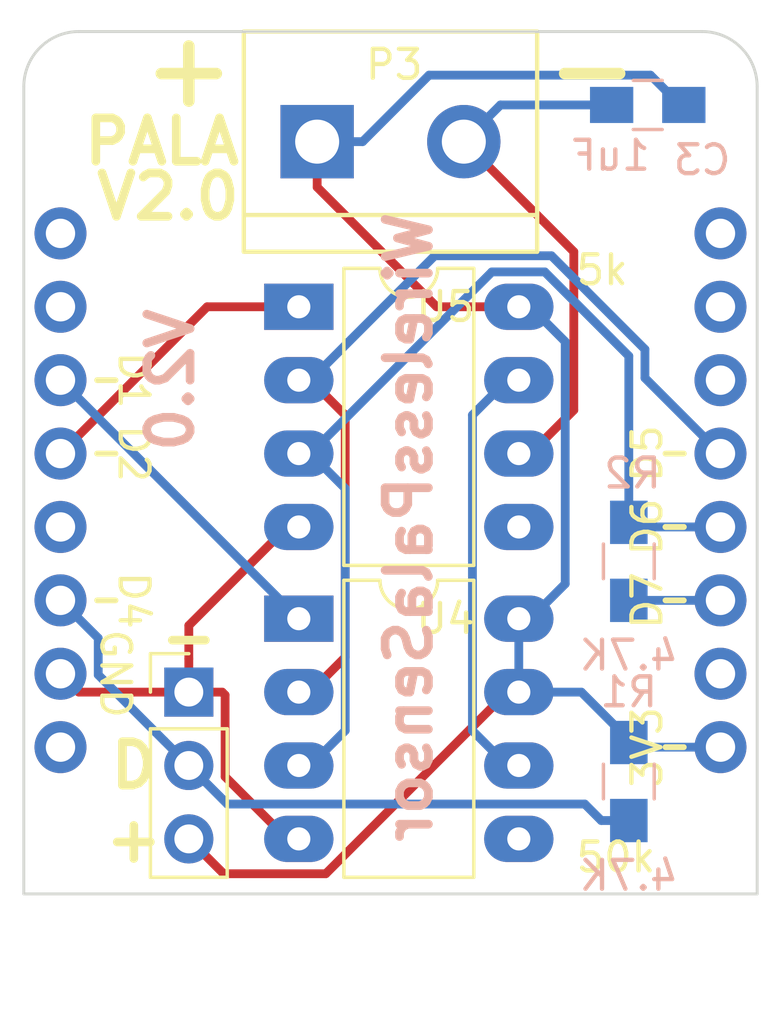
<source format=kicad_pcb>
(kicad_pcb (version 20240108) (generator "pcbnew") (generator_version "8.0")
  (layers (0 "F.Cu" signal) (31 "B.Cu" signal) (34 "B.Paste" user) (35 "F.Paste" user) (36 "B.SilkS" user "B.Silkscreen") (37 "F.SilkS" user "F.Silkscreen") (38 "B.Mask" user) (39 "F.Mask" user) (44 "Edge.Cuts" user))
  (net 0 "")
  (net 1 "Net-(C3-Pad2)")
  (net 2 "GND")
  (net 3 "VCC")
  (net 4 "Net-(R1-Pad2)")
  (net 5 "Net-(R2-Pad1)")
  (net 6 "Net-(U4-Pad6)")
  (net 7 "Net-(U1-Pad12)")
  (net 8 "Net-(R2-Pad2)")
  (net 9 "Net-(U1-Pad5)")
  (net 10 "Net-(U1-Pad6)")
  (footprint "Connect:bornier2" (layer "F.Cu") (at 32.385 26.035)
    (property "Reference" "P3" (at 0.127 -2.667 0) (layer "F.SilkS"))
    (property "Value" "Palazzetti Connector")
    (fp_line (start -5.08 -3.81) (end -5.08 3.81) (stroke (width 0.15)) (layer "F.SilkS"))
    (fp_line (start -5.08 3.81) (end 5.08 3.81) (stroke (width 0.15)) (layer "F.SilkS"))
    (fp_line (start 5.08 -3.81) (end -5.08 -3.81) (stroke (width 0.15)) (layer "F.SilkS"))
    (fp_line (start 5.08 2.54) (end -5.08 2.54) (stroke (width 0.15)) (layer "F.SilkS"))
    (fp_line (start 5.08 3.81) (end 5.08 -3.81) (stroke (width 0.15)) (layer "F.SilkS"))
    (pad "1" thru_hole rect (at -2.54 0) (size 2.54 2.54) (drill 1.524) (layers "*.Cu" "*.Mask") (net 3 "VCC"))
    (pad "2" thru_hole circle (at 2.54 0) (size 2.54 2.54) (drill 1.524) (layers "*.Cu" "*.Mask") (net 1 "Net-(C3-Pad2)"))
  )
  (footprint "Housings_DIP:DIP-8_W7.62mm_LongPads" (layer "F.Cu") (at 29.21 31.75)
    (property "Reference" "U5" (at 5.08 0 0) (layer "F.SilkS"))
    (property "Value" "MCP4151-5k")
    (fp_line (start 1.56 -1.33) (end 1.56 8.95) (stroke (width 0.12)) (layer "F.SilkS"))
    (fp_line (start 1.56 8.95) (end 6.06 8.95) (stroke (width 0.12)) (layer "F.SilkS"))
    (fp_line (start 2.81 -1.33) (end 1.56 -1.33) (stroke (width 0.12)) (layer "F.SilkS"))
    (fp_line (start 6.06 -1.33) (end 4.81 -1.33) (stroke (width 0.12)) (layer "F.SilkS"))
    (fp_line (start 6.06 8.95) (end 6.06 -1.33) (stroke (width 0.12)) (layer "F.SilkS"))
    (fp_arc (start 4.81 -1.33) (mid 3.81 -0.33) (end 2.81 -1.33) (stroke (width 0.12)) (layer "F.SilkS"))
    (pad "1" thru_hole rect (at 0 0) (size 2.4 1.6) (drill 0.8) (layers "*.Cu" "*.Mask") (net 9 "Net-(U1-Pad5)"))
    (pad "2" thru_hole oval (at 0 2.54) (size 2.4 1.6) (drill 0.8) (layers "*.Cu" "*.Mask") (net 7 "Net-(U1-Pad12)"))
    (pad "3" thru_hole oval (at 0 5.08) (size 2.4 1.6) (drill 0.8) (layers "*.Cu" "*.Mask") (net 5 "Net-(R2-Pad1)"))
    (pad "4" thru_hole oval (at 0 7.62) (size 2.4 1.6) (drill 0.8) (layers "*.Cu" "*.Mask") (net 2 "GND"))
    (pad "5" thru_hole oval (at 7.62 7.62) (size 2.4 1.6) (drill 0.8) (layers "*.Cu" "*.Mask"))
    (pad "6" thru_hole oval (at 7.62 5.08) (size 2.4 1.6) (drill 0.8) (layers "*.Cu" "*.Mask") (net 1 "Net-(C3-Pad2)"))
    (pad "7" thru_hole oval (at 7.62 2.54) (size 2.4 1.6) (drill 0.8) (layers "*.Cu" "*.Mask") (net 6 "Net-(U4-Pad6)"))
    (pad "8" thru_hole oval (at 7.62 0) (size 2.4 1.6) (drill 0.8) (layers "*.Cu" "*.Mask") (net 3 "VCC"))
  )
  (footprint "Pin_Headers:Pin_Header_Straight_1x03_Pitch2.54mm" (layer "F.Cu") (at 25.4 45.085)
    (property "Reference" "U3" (hide yes))
    (property "Value" "DS18B20")
    (fp_line (start -1.33 -1.33) (end 0 -1.33) (stroke (width 0.12)) (layer "F.SilkS"))
    (fp_line (start -1.33 0) (end -1.33 -1.33) (stroke (width 0.12)) (layer "F.SilkS"))
    (fp_line (start -1.33 1.27) (end -1.33 6.41) (stroke (width 0.12)) (layer "F.SilkS"))
    (fp_line (start -1.33 1.27) (end 1.33 1.27) (stroke (width 0.12)) (layer "F.SilkS"))
    (fp_line (start -1.33 6.41) (end 1.33 6.41) (stroke (width 0.12)) (layer "F.SilkS"))
    (fp_line (start 1.33 1.27) (end 1.33 6.41) (stroke (width 0.12)) (layer "F.SilkS"))
    (pad "1" thru_hole rect (at 0 0) (size 1.7 1.7) (drill 1) (layers "*.Cu" "*.Mask") (net 2 "GND"))
    (pad "2" thru_hole oval (at 0 2.54) (size 1.7 1.7) (drill 1) (layers "*.Cu" "*.Mask") (net 4 "Net-(R1-Pad2)"))
    (pad "3" thru_hole oval (at 0 5.08) (size 1.7 1.7) (drill 1) (layers "*.Cu" "*.Mask") (net 3 "VCC"))
  )
  (footprint "Housings_DIP:DIP-8_W7.62mm_LongPads" (layer "F.Cu") (at 29.21 42.545)
    (property "Reference" "U4" (at 5.08 0 180) (layer "F.SilkS"))
    (property "Value" "MCP4151-50k")
    (fp_line (start 1.56 -1.33) (end 1.56 8.95) (stroke (width 0.12)) (layer "F.SilkS"))
    (fp_line (start 1.56 8.95) (end 6.06 8.95) (stroke (width 0.12)) (layer "F.SilkS"))
    (fp_line (start 2.81 -1.33) (end 1.56 -1.33) (stroke (width 0.12)) (layer "F.SilkS"))
    (fp_line (start 6.06 -1.33) (end 4.81 -1.33) (stroke (width 0.12)) (layer "F.SilkS"))
    (fp_line (start 6.06 8.95) (end 6.06 -1.33) (stroke (width 0.12)) (layer "F.SilkS"))
    (fp_arc (start 4.81 -1.33) (mid 3.81 -0.33) (end 2.81 -1.33) (stroke (width 0.12)) (layer "F.SilkS"))
    (pad "1" thru_hole rect (at 0 0) (size 2.4 1.6) (drill 0.8) (layers "*.Cu" "*.Mask") (net 10 "Net-(U1-Pad6)"))
    (pad "2" thru_hole oval (at 0 2.54) (size 2.4 1.6) (drill 0.8) (layers "*.Cu" "*.Mask") (net 7 "Net-(U1-Pad12)"))
    (pad "3" thru_hole oval (at 0 5.08) (size 2.4 1.6) (drill 0.8) (layers "*.Cu" "*.Mask") (net 5 "Net-(R2-Pad1)"))
    (pad "4" thru_hole oval (at 0 7.62) (size 2.4 1.6) (drill 0.8) (layers "*.Cu" "*.Mask") (net 2 "GND"))
    (pad "5" thru_hole oval (at 7.62 7.62) (size 2.4 1.6) (drill 0.8) (layers "*.Cu" "*.Mask"))
    (pad "6" thru_hole oval (at 7.62 5.08) (size 2.4 1.6) (drill 0.8) (layers "*.Cu" "*.Mask") (net 6 "Net-(U4-Pad6)"))
    (pad "7" thru_hole oval (at 7.62 2.54) (size 2.4 1.6) (drill 0.8) (layers "*.Cu" "*.Mask") (net 3 "VCC"))
    (pad "8" thru_hole oval (at 7.62 0) (size 2.4 1.6) (drill 0.8) (layers "*.Cu" "*.Mask") (net 3 "VCC"))
  )
  (footprint "Resistors_SMD:R_0805_HandSoldering" (layer "B.Cu") (at 40.64 40.56 -90)
    (property "Reference" "R2" (at -3.048 -0.127 180) (layer "B.SilkS") (effects (justify mirror)))
    (property "Value" "4.7K" (at 3.255 0 0) (layer "B.SilkS") (effects (justify mirror)))
    (fp_line (start -0.6 0.88) (end 0.6 0.88) (stroke (width 0.12)) (layer "B.SilkS"))
    (fp_line (start 0.6 -0.88) (end -0.6 -0.88) (stroke (width 0.12)) (layer "B.SilkS"))
    (pad "1" smd rect (at -1.35 0 270) (size 1.5 1.3) (layers "B.Cu" "B.Paste" "B.Mask") (net 5 "Net-(R2-Pad1)"))
    (pad "2" smd rect (at 1.35 0 270) (size 1.5 1.3) (layers "B.Cu" "B.Paste" "B.Mask") (net 8 "Net-(R2-Pad2)"))
  )
  (footprint "Resistors_SMD:R_0805_HandSoldering" (layer "B.Cu") (at 40.64 48.18 -90)
    (property "Reference" "R1" (at -3.095 0 0) (layer "B.SilkS") (effects (justify mirror)))
    (property "Value" "4.7K" (at 3.255 0 180) (layer "B.SilkS") (effects (justify mirror)))
    (fp_line (start -0.6 0.88) (end 0.6 0.88) (stroke (width 0.12)) (layer "B.SilkS"))
    (fp_line (start 0.6 -0.88) (end -0.6 -0.88) (stroke (width 0.12)) (layer "B.SilkS"))
    (pad "1" smd rect (at -1.35 0 270) (size 1.5 1.3) (layers "B.Cu" "B.Paste" "B.Mask") (net 3 "VCC"))
    (pad "2" smd rect (at 1.35 0 270) (size 1.5 1.3) (layers "B.Cu" "B.Paste" "B.Mask") (net 4 "Net-(R1-Pad2)"))
  )
  (footprint "Capacitors_SMD:C_0805_HandSoldering" (layer "B.Cu") (at 41.295 24.765 180)
    (property "Reference" "C3" (at -1.885 -1.905 0) (layer "B.SilkS") (effects (justify mirror)))
    (property "Value" "1uF" (at 1.29 -1.75 0) (layer "B.SilkS") (effects (justify mirror)))
    (fp_line (start 0.5 0.85) (end -0.5 0.85) (stroke (width 0.12)) (layer "B.SilkS"))
    (fp_line (start -0.5 -0.85) (end 0.5 -0.85) (stroke (width 0.12)) (layer "B.SilkS"))
    (pad "1" smd rect (at -1.25 0 180) (size 1.5 1.25) (layers "B.Cu" "B.Paste" "B.Mask") (net 3 "VCC"))
    (pad "2" smd rect (at 1.25 0 180) (size 1.5 1.25) (layers "B.Cu" "B.Paste" "B.Mask") (net 1 "Net-(C3-Pad2)"))
  )
  (footprint "wemos_d1_mini:wemos-d1-mini-DIL-only" (layer "B.Cu") (at 32.385 38.1 90)
    (property "Reference" "U1" (hide yes))
    (property "Value" "WeMos_mini" (hide yes))
    (pad "1" thru_hole circle (at -8.89 -11.43 90) (size 1.8 1.8) (drill 1.016) (layers "*.Cu" "*.Mask"))
    (pad "2" thru_hole circle (at -6.35 -11.43 90) (size 1.8 1.8) (drill 1.016) (layers "*.Cu" "*.Mask") (net 2 "GND"))
    (pad "3" thru_hole circle (at -3.81 -11.43 90) (size 1.8 1.8) (drill 1.016) (layers "*.Cu" "*.Mask") (net 4 "Net-(R1-Pad2)"))
    (pad "4" thru_hole circle (at -1.27 -11.43 90) (size 1.8 1.8) (drill 1.016) (layers "*.Cu" "*.Mask"))
    (pad "5" thru_hole circle (at 1.27 -11.43 90) (size 1.8 1.8) (drill 1.016) (layers "*.Cu" "*.Mask") (net 9 "Net-(U1-Pad5)"))
    (pad "6" thru_hole circle (at 3.81 -11.43 90) (size 1.8 1.8) (drill 1.016) (layers "*.Cu" "*.Mask") (net 10 "Net-(U1-Pad6)"))
    (pad "7" thru_hole circle (at 6.35 -11.43 90) (size 1.8 1.8) (drill 1.016) (layers "*.Cu" "*.Mask"))
    (pad "8" thru_hole circle (at 8.89 -11.43 90) (size 1.8 1.8) (drill 1.016) (layers "*.Cu" "*.Mask"))
    (pad "9" thru_hole circle (at 8.89 11.43 90) (size 1.8 1.8) (drill 1.016) (layers "*.Cu" "*.Mask"))
    (pad "10" thru_hole circle (at 6.35 11.43 90) (size 1.8 1.8) (drill 1.016) (layers "*.Cu" "*.Mask"))
    (pad "11" thru_hole circle (at 3.81 11.43 90) (size 1.8 1.8) (drill 1.016) (layers "*.Cu" "*.Mask"))
    (pad "12" thru_hole circle (at 1.27 11.43 90) (size 1.8 1.8) (drill 1.016) (layers "*.Cu" "*.Mask") (net 7 "Net-(U1-Pad12)"))
    (pad "13" thru_hole circle (at -1.27 11.43 90) (size 1.8 1.8) (drill 1.016) (layers "*.Cu" "*.Mask") (net 5 "Net-(R2-Pad1)"))
    (pad "14" thru_hole circle (at -3.81 11.43 90) (size 1.8 1.8) (drill 1.016) (layers "*.Cu" "*.Mask") (net 8 "Net-(R2-Pad2)"))
    (pad "15" thru_hole circle (at -6.35 11.43 90) (size 1.8 1.8) (drill 1.016) (layers "*.Cu" "*.Mask"))
    (pad "16" thru_hole circle (at -8.89 11.43 90) (size 1.8 1.8) (drill 1.016) (layers "*.Cu" "*.Mask") (net 3 "VCC"))
  )
  (gr_line (start 41.91 36.83) (end 42.545 36.83) (stroke (width 0.2)) (layer "F.SilkS"))
  (gr_line (start 41.91 46.99) (end 42.545 46.99) (stroke (width 0.2)) (layer "F.SilkS"))
  (gr_line (start 41.91 39.37) (end 42.545 39.37) (stroke (width 0.2)) (layer "F.SilkS"))
  (gr_line (start 22.225 34.29) (end 22.86 34.29) (stroke (width 0.2)) (layer "F.SilkS"))
  (gr_line (start 41.91 41.91) (end 42.545 41.91) (stroke (width 0.2)) (layer "F.SilkS"))
  (gr_line (start 41.91 39.37) (end 42.545 39.37) (stroke (width 0.2)) (layer "F.SilkS"))
  (gr_line (start 22.225 36.83) (end 22.86 36.83) (stroke (width 0.2)) (layer "F.SilkS"))
  (gr_line (start 22.225 41.91) (end 22.86 41.91) (stroke (width 0.2)) (layer "F.SilkS"))
  (gr_arc (start 19.685 24.13) (mid 20.242962 22.782962) (end 21.59 22.225) (stroke (width 0.1)) (layer "Edge.Cuts"))
  (gr_arc (start 43.18 22.225) (mid 44.527038 22.782962) (end 45.085 24.13) (stroke (width 0.1)) (layer "Edge.Cuts"))
  (gr_line (start 43.18 22.225) (end 21.59 22.225) (stroke (width 0.1)) (layer "Edge.Cuts"))
  (gr_line (start 45.085 52.07) (end 45.085 24.13) (stroke (width 0.1)) (layer "Edge.Cuts"))
  (gr_line (start 19.685 24.13) (end 19.685 52.07) (stroke (width 0.1)) (layer "Edge.Cuts"))
  (gr_line (start 19.685 52.07) (end 45.085 52.07) (stroke (width 0.1)) (layer "Edge.Cuts"))
  (gr_text "V2.0" (at 24.765 34.29 90) (layer "B.SilkS") (effects (font (size 1.5 1.5) (thickness 0.3)) (justify mirror)))
  (gr_text "WirelessPalaSensor" (at 33.02 39.37 90) (layer "B.SilkS") (effects (font (size 1.5 1.5) (thickness 0.3)) (justify mirror)))
  (gr_text "5k" (at 38.735 30.48 0) (layer "F.SilkS") (effects (font (size 1 1)) (justify left)))
  (gr_text "+" (at 25.4 23.495 0) (layer "F.SilkS") (effects (font (size 2.5 2.5) (thickness 0.4))))
  (gr_text "GND" (at 22.86 44.45 270) (layer "F.SilkS") (effects (font (size 1 1))))
  (gr_text "3V3" (at 41.275 46.99 90) (layer "F.SilkS") (effects (font (size 1 1))))
  (gr_text "D1" (at 23.495 34.29 270) (layer "F.SilkS") (effects (font (size 1 1))))
  (gr_text "V2.0" (at 27.305 27.94 0) (layer "F.SilkS") (effects (font (size 1.5 1.5) (thickness 0.3)) (justify right)))
  (gr_text "-" (at 25.4 43.18 0) (layer "F.SilkS") (effects (font (size 1.5 1.5) (thickness 0.3))))
  (gr_text "-" (at 39.37 23.495 0) (layer "F.SilkS") (effects (font (size 2.5 2.5) (thickness 0.4))))
  (gr_text "PALA" (at 27.305 26.035 0) (layer "F.SilkS") (effects (font (size 1.5 1.5) (thickness 0.3)) (justify right)))
  (gr_text "D6" (at 41.275 39.37 90) (layer "F.SilkS") (effects (font (size 1 1))))
  (gr_text "D4" (at 23.495 41.91 270) (layer "F.SilkS") (effects (font (size 1 1))))
  (gr_text "D7" (at 41.275 41.91 90) (layer "F.SilkS") (effects (font (size 1 1))))
  (gr_text "D5" (at 41.275 36.83 90) (layer "F.SilkS") (effects (font (size 1 1))))
  (gr_text "D" (at 23.495 47.625 0) (layer "F.SilkS") (effects (font (size 1.5 1.5) (thickness 0.3))))
  (gr_text "50k" (at 38.735 50.8 0) (layer "F.SilkS") (effects (font (size 1 1)) (justify left)))
  (gr_text "D2" (at 23.495 36.83 270) (layer "F.SilkS") (effects (font (size 1 1))))
  (gr_text "+" (at 23.495 50.165 0) (layer "F.SilkS") (effects (font (size 1.5 1.5) (thickness 0.3))))
  (segment (start 37.23 36.83) (end 36.83 36.83) (width 0.3048) (layer "F.Cu") (net 1))
  (segment (start 34.925 26.035) (end 38.735 29.845) (width 0.3048) (layer "F.Cu") (net 1))
  (segment (start 38.735 35.325) (end 37.23 36.83) (width 0.3048) (layer "F.Cu") (net 1))
  (segment (start 38.735 29.845) (end 38.735 35.325) (width 0.3048) (layer "F.Cu") (net 1))
  (segment (start 36.194999 24.765001) (end 34.925 26.035) (width 0.3048) (layer "B.Cu") (net 1))
  (segment (start 40.045 24.765) (end 36.194999 24.765001) (width 0.3048) (layer "B.Cu") (net 1))
  (segment (start 25.4 43.9302) (end 25.4 45.085) (width 0.3048) (layer "F.Cu") (net 2))
  (segment (start 26.656401 45.186601) (end 26.656401 48.011401) (width 0.3048) (layer "F.Cu") (net 2))
  (segment (start 29.21 39.37) (end 28.81 39.37) (width 0.3048) (layer "F.Cu") (net 2))
  (segment (start 28.81 50.165) (end 29.21 50.165) (width 0.3048) (layer "F.Cu") (net 2))
  (segment (start 28.81 39.37) (end 25.4 42.78) (width 0.3048) (layer "F.Cu") (net 2))
  (segment (start 26.656401 48.011401) (end 28.81 50.165) (width 0.3048) (layer "F.Cu") (net 2))
  (segment (start 21.59 45.085) (end 20.955 44.45) (width 0.3048) (layer "F.Cu") (net 2))
  (segment (start 25.4 45.085) (end 26.5548 45.085) (width 0.3048) (layer "F.Cu") (net 2))
  (segment (start 25.4 45.085) (end 21.59 45.085) (width 0.3048) (layer "F.Cu") (net 2))
  (segment (start 25.4 42.78) (end 25.4 43.9302) (width 0.3048) (layer "F.Cu") (net 2))
  (segment (start 26.5548 45.085) (end 26.656401 45.186601) (width 0.3048) (layer "F.Cu") (net 2))
  (segment (start 29.845 26.035) (end 29.845 27.6098) (width 0.3048) (layer "F.Cu") (net 3))
  (segment (start 35.3252 31.75) (end 36.83 31.75) (width 0.3048) (layer "F.Cu") (net 3))
  (segment (start 36.43 45.085) (end 36.83 45.085) (width 0.3048) (layer "F.Cu") (net 3))
  (segment (start 26.60641 51.37141) (end 30.14359 51.37141) (width 0.3048) (layer "F.Cu") (net 3))
  (segment (start 33.9852 31.75) (end 35.3252 31.75) (width 0.3048) (layer "F.Cu") (net 3))
  (segment (start 29.845 27.6098) (end 33.9852 31.75) (width 0.3048) (layer "F.Cu") (net 3))
  (segment (start 30.14359 51.37141) (end 36.43 45.085) (width 0.3048) (layer "F.Cu") (net 3))
  (segment (start 25.4 50.165) (end 26.60641 51.37141) (width 0.3048) (layer "F.Cu") (net 3))
  (segment (start 42.545 24.765) (end 42.42 24.765) (width 0.3048) (layer "B.Cu") (net 3))
  (segment (start 36.83 45.085) (end 38.995 45.085) (width 0.3048) (layer "B.Cu") (net 3))
  (segment (start 33.721201 23.733599) (end 31.4198 26.035) (width 0.3048) (layer "B.Cu") (net 3))
  (segment (start 43.815 46.99) (end 40.8 46.99) (width 0.3048) (layer "B.Cu") (net 3))
  (segment (start 42.42 24.765) (end 41.388599 23.733599) (width 0.3048) (layer "B.Cu") (net 3))
  (segment (start 40.8 46.99) (end 40.64 46.83) (width 0.3048) (layer "B.Cu") (net 3))
  (segment (start 36.83 42.545) (end 37.23 42.545) (width 0.3048) (layer "B.Cu") (net 3))
  (segment (start 38.43641 41.33859) (end 38.43641 32.95641) (width 0.3048) (layer "B.Cu") (net 3))
  (segment (start 36.83 42.545) (end 36.83 45.085) (width 0.3048) (layer "B.Cu") (net 3))
  (segment (start 38.43641 32.95641) (end 37.23 31.75) (width 0.3048) (layer "B.Cu") (net 3))
  (segment (start 40.64 46.73) (end 40.64 46.83) (width 0.3048) (layer "B.Cu") (net 3))
  (segment (start 38.995 45.085) (end 40.64 46.73) (width 0.3048) (layer "B.Cu") (net 3))
  (segment (start 37.23 31.75) (end 36.83 31.75) (width 0.3048) (layer "B.Cu") (net 3))
  (segment (start 31.4198 26.035) (end 29.845 26.035) (width 0.3048) (layer "B.Cu") (net 3))
  (segment (start 41.388599 23.733599) (end 33.721201 23.733599) (width 0.3048) (layer "B.Cu") (net 3))
  (segment (start 37.23 42.545) (end 38.43641 41.33859) (width 0.3048) (layer "B.Cu") (net 3))
  (segment (start 22.261401 44.486401) (end 24.550001 46.775001) (width 0.3048) (layer "B.Cu") (net 4))
  (segment (start 22.261401 43.216401) (end 22.261401 44.486401) (width 0.3048) (layer "B.Cu") (net 4))
  (segment (start 26.73359 48.95859) (end 39.11379 48.95859) (width 0.3048) (layer "B.Cu") (net 4))
  (segment (start 24.550001 46.775001) (end 25.4 47.625) (width 0.3048) (layer "B.Cu") (net 4))
  (segment (start 39.6852 49.53) (end 40.64 49.53) (width 0.3048) (layer "B.Cu") (net 4))
  (segment (start 20.955 41.91) (end 22.261401 43.216401) (width 0.3048) (layer "B.Cu") (net 4))
  (segment (start 25.4 47.625) (end 26.73359 48.95859) (width 0.3048) (layer "B.Cu") (net 4))
  (segment (start 39.11379 48.95859) (end 39.6852 49.53) (width 0.3048) (layer "B.Cu") (net 4))
  (segment (start 35.89641 30.54359) (end 29.61 36.83) (width 0.3048) (layer "B.Cu") (net 5))
  (segment (start 29.21 36.83) (end 29.61 36.83) (width 0.3048) (layer "B.Cu") (net 5))
  (segment (start 29.61 36.83) (end 30.81641 38.03641) (width 0.3048) (layer "B.Cu") (net 5))
  (segment (start 40.8 39.37) (end 40.64 39.21) (width 0.3048) (layer "B.Cu") (net 5))
  (segment (start 43.815 39.37) (end 40.8 39.37) (width 0.3048) (layer "B.Cu") (net 5))
  (segment (start 40.64 39.21) (end 40.64 33.453879) (width 0.3048) (layer "B.Cu") (net 5))
  (segment (start 30.81641 46.41859) (end 29.61 47.625) (width 0.3048) (layer "B.Cu") (net 5))
  (segment (start 40.64 33.453879) (end 37.729711 30.54359) (width 0.3048) (layer "B.Cu") (net 5))
  (segment (start 37.729711 30.54359) (end 35.89641 30.54359) (width 0.3048) (layer "B.Cu") (net 5))
  (segment (start 29.61 47.625) (end 29.21 47.625) (width 0.3048) (layer "B.Cu") (net 5))
  (segment (start 30.81641 38.03641) (end 30.81641 46.41859) (width 0.3048) (layer "B.Cu") (net 5))
  (segment (start 35.22359 35.49641) (end 35.22359 46.41859) (width 0.3048) (layer "B.Cu") (net 6))
  (segment (start 36.83 34.29) (end 36.43 34.29) (width 0.3048) (layer "B.Cu") (net 6))
  (segment (start 36.43 34.29) (end 35.22359 35.49641) (width 0.3048) (layer "B.Cu") (net 6))
  (segment (start 35.22359 46.41859) (end 36.43 47.625) (width 0.3048) (layer "B.Cu") (net 6))
  (segment (start 36.43 47.625) (end 36.83 47.625) (width 0.3048) (layer "B.Cu") (net 6))
  (segment (start 30.816401 43.878599) (end 29.61 45.085) (width 0.3048) (layer "F.Cu") (net 7))
  (segment (start 29.21 34.29) (end 29.61 34.29) (width 0.3048) (layer "F.Cu") (net 7))
  (segment (start 29.61 34.29) (end 30.816401 35.496401) (width 0.3048) (layer "F.Cu") (net 7))
  (segment (start 29.61 45.085) (end 29.21 45.085) (width 0.3048) (layer "F.Cu") (net 7))
  (segment (start 30.816401 35.496401) (end 30.816401 43.878599) (width 0.3048) (layer "F.Cu") (net 7))
  (segment (start 37.961177 29.98478) (end 33.91522 29.98478) (width 0.3048) (layer "B.Cu") (net 7))
  (segment (start 29.61 34.29) (end 29.21 34.29) (width 0.3048) (layer "B.Cu") (net 7))
  (segment (start 43.815 36.83) (end 41.19881 34.21381) (width 0.3048) (layer "B.Cu") (net 7))
  (segment (start 41.19881 34.21381) (end 41.198809 33.222412) (width 0.3048) (layer "B.Cu") (net 7))
  (segment (start 41.198809 33.222412) (end 37.961177 29.98478) (width 0.3048) (layer "B.Cu") (net 7))
  (segment (start 33.91522 29.98478) (end 29.61 34.29) (width 0.3048) (layer "B.Cu") (net 7))
  (segment (start 43.815 41.91) (end 40.64 41.91) (width 0.3048) (layer "B.Cu") (net 8))
  (segment (start 29.21 31.75) (end 26.035 31.75) (width 0.3048) (layer "F.Cu") (net 9))
  (segment (start 26.035 31.75) (end 20.955 36.83) (width 0.3048) (layer "F.Cu") (net 9))
  (segment (start 20.955 34.29) (end 29.21 42.545) (width 0.3048) (layer "B.Cu") (net 10))
)
</source>
